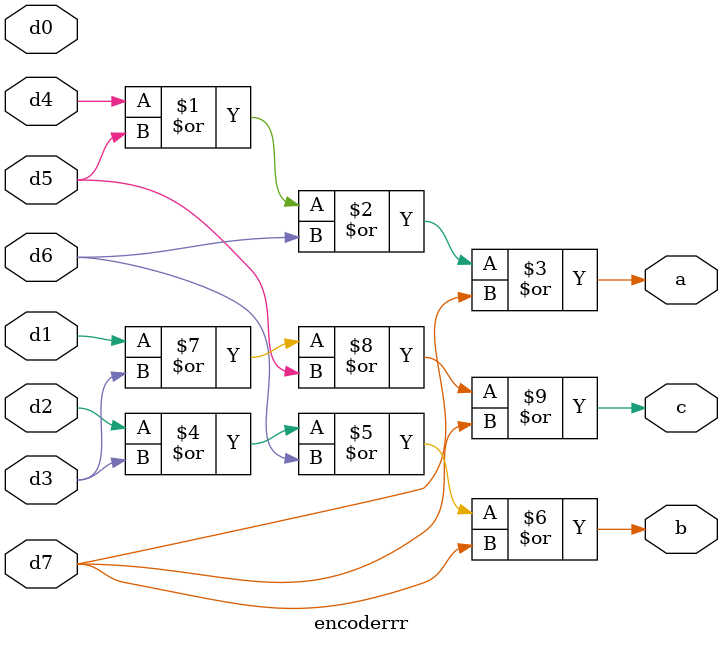
<source format=v>
module encoderrr(a,b,c,d0,d1,d2,d3,d4,d5,d6,d7);
output a,b,c;
input d0,d1,d2,d3,d4,d5,d6,d7;
or g1(a,d4,d5,d6,d7);
or g2(b,d2,d3,d6,d7);
or g3(c,d1,d3,d5,d7);
endmodule

</source>
